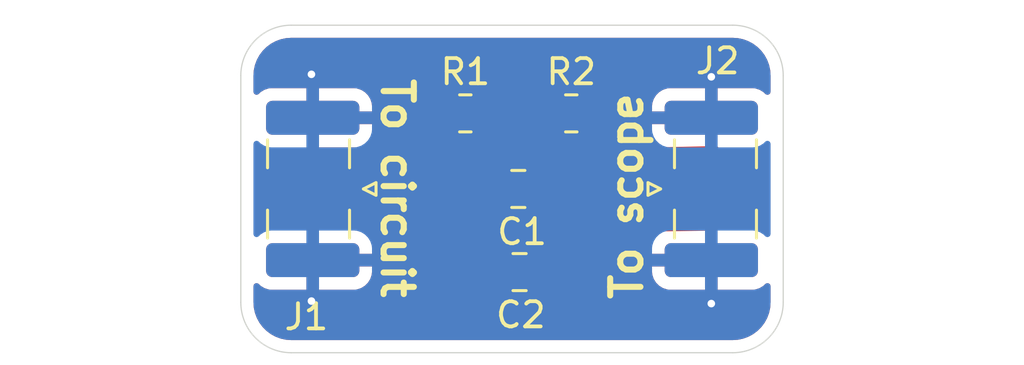
<source format=kicad_pcb>
(kicad_pcb (version 20241229) (generator "pcbnew") (generator_version "9.0")
  (layers (0 "F.Cu" signal) (2 "B.Cu" signal) (13 "F.Paste" user) (15 "B.Paste" user) (5 "F.SilkS" user "F.Silkscreen") (7 "B.SilkS" user "B.Silkscreen") (1 "F.Mask" user) (3 "B.Mask" user) (25 "Edge.Cuts" user))
  (net 0 "")
  (net 1 "GND")
  (net 2 "Net-(R1-Pad2)")
  (net 3 "/In")
  (net 4 "/Out")
  (footprint "Capacitor_SMD:C_0805_2012Metric" (layer "F.Cu") (at 147.05 98.3)
    (property "Reference" "C2" (at 0.05 1.7 0) (layer "F.SilkS"))
    (property "Value" "5pF" (hide yes))
    (fp_line (start -0.261252 -0.735) (end 0.261252 -0.735) (stroke (width 0.12)) (layer "F.SilkS"))
    (fp_line (start -0.261252 0.735) (end 0.261252 0.735) (stroke (width 0.12)) (layer "F.SilkS"))
    (pad "1" smd roundrect (at -0.95 0) (size 1 1.45) (layers "F.Cu" "F.Mask" "F.Paste") (net 3 "/In"))
    (pad "2" smd roundrect (at 0.95 0) (size 1 1.45) (layers "F.Cu" "F.Mask" "F.Paste") (net 4 "/Out"))
  )
  (footprint "Capacitor_SMD:C_0805_2012Metric" (layer "F.Cu") (at 147 95)
    (property "Reference" "C1" (at 0.1475 1.7 0) (layer "F.SilkS"))
    (property "Value" "2pF" (hide yes))
    (fp_line (start -0.261252 -0.735) (end 0.261252 -0.735) (stroke (width 0.12)) (layer "F.SilkS"))
    (fp_line (start -0.261252 0.735) (end 0.261252 0.735) (stroke (width 0.12)) (layer "F.SilkS"))
    (pad "1" smd roundrect (at -0.95 0) (size 1 1.45) (layers "F.Cu" "F.Mask" "F.Paste") (net 3 "/In"))
    (pad "2" smd roundrect (at 0.95 0) (size 1 1.45) (layers "F.Cu" "F.Mask" "F.Paste") (net 4 "/Out"))
  )
  (footprint "Resistor_SMD:R_0805_2012Metric_Pad1.20x1.40mm_HandSolder" (layer "F.Cu") (at 149.1 92)
    (property "Reference" "R2" (at 0 -1.65 0) (layer "F.SilkS"))
    (property "Value" "4.5MΩ" (hide yes))
    (fp_line (start -0.227064 -0.735) (end 0.227064 -0.735) (stroke (width 0.12)) (layer "F.SilkS"))
    (fp_line (start -0.227064 0.735) (end 0.227064 0.735) (stroke (width 0.12)) (layer "F.SilkS"))
    (pad "1" smd roundrect (at -1 0) (size 1.2 1.4) (layers "F.Cu" "F.Mask" "F.Paste") (roundrect_rratio 0.208333) (net 2 "Net-(R1-Pad2)"))
    (pad "2" smd roundrect (at 1 0) (size 1.2 1.4) (layers "F.Cu" "F.Mask" "F.Paste") (roundrect_rratio 0.208333) (net 4 "/Out"))
  )
  (footprint "Connector_Coaxial:SMA_Samtec_SMA-J-P-H-ST-EM1_EdgeMount" (layer "F.Cu") (at 138.6 95 180)
    (property "Reference" "J1" (at 0 -5.08 0) (layer "F.SilkS"))
    (property "Value" "To circuit" (hide yes))
    (fp_line (start 1.54 1.95) (end 1.54 0.84) (stroke (width 0.12)) (layer "F.SilkS"))
    (fp_line (start 1.54 -0.84) (end 1.54 -1.95) (stroke (width 0.12)) (layer "F.SilkS"))
    (fp_line (start -1.71 1.95) (end -1.71 0.84) (stroke (width 0.12)) (layer "F.SilkS"))
    (fp_line (start -1.71 -0.84) (end -1.71 -1.95) (stroke (width 0.12)) (layer "F.SilkS"))
    (fp_line (start -2.26 0) (end -2.76 -0.25) (stroke (width 0.12)) (layer "F.SilkS"))
    (fp_line (start -2.76 0.25) (end -2.26 0) (stroke (width 0.12)) (layer "F.SilkS"))
    (fp_line (start -2.76 -0.25) (end -2.76 0.25) (stroke (width 0.12)) (layer "F.SilkS"))
    (pad "1" smd roundrect (at 0 0 270) (size 1.27 3.2) (layers "F.Cu" "F.Mask") (roundrect_rratio 0.1968503937) (net 3 "/In"))
    (pad "2" smd roundrect (at -0.25 -2.825 270) (size 1.35 3.7) (layers "F.Cu" "F.Mask") (roundrect_rratio 0.1851851852) (net 1 "GND"))
    (pad "2" smd roundrect (at -0.25 -2.825 270) (size 1.35 3.7) (layers "B.Cu" "B.Mask") (roundrect_rratio 0.1851851852) (net 1 "GND"))
    (pad "2" smd roundrect (at -0.25 2.825 270) (size 1.35 3.7) (layers "F.Cu" "F.Mask") (roundrect_rratio 0.1851851852) (net 1 "GND"))
    (pad "2" smd roundrect (at -0.25 2.825 270) (size 1.35 3.7) (layers "B.Cu" "B.Mask") (roundrect_rratio 0.1851851852) (net 1 "GND"))
  )
  (footprint "Resistor_SMD:R_0805_2012Metric_Pad1.20x1.40mm_HandSolder" (layer "F.Cu") (at 144.9 92)
    (property "Reference" "R1" (at 0 -1.65 0) (layer "F.SilkS"))
    (property "Value" "4.5MΩ" (hide yes))
    (fp_line (start -0.227064 -0.735) (end 0.227064 -0.735) (stroke (width 0.12)) (layer "F.SilkS"))
    (fp_line (start -0.227064 0.735) (end 0.227064 0.735) (stroke (width 0.12)) (layer "F.SilkS"))
    (pad "1" smd roundrect (at -1 0) (size 1.2 1.4) (layers "F.Cu" "F.Mask" "F.Paste") (roundrect_rratio 0.208333) (net 3 "/In"))
    (pad "2" smd roundrect (at 1 0) (size 1.2 1.4) (layers "F.Cu" "F.Mask" "F.Paste") (roundrect_rratio 0.208333) (net 2 "Net-(R1-Pad2)"))
  )
  (footprint "Connector_Coaxial:SMA_Samtec_SMA-J-P-H-ST-EM1_EdgeMount" (layer "F.Cu") (at 154.9 95)
    (property "Reference" "J2" (at 0 -5.08 180) (layer "F.SilkS"))
    (property "Value" "To scope" (hide yes))
    (fp_line (start -2.76 -0.25) (end -2.76 0.25) (stroke (width 0.12)) (layer "F.SilkS"))
    (fp_line (start -2.76 0.25) (end -2.26 0) (stroke (width 0.12)) (layer "F.SilkS"))
    (fp_line (start -2.26 0) (end -2.76 -0.25) (stroke (width 0.12)) (layer "F.SilkS"))
    (fp_line (start -1.71 -0.84) (end -1.71 -1.95) (stroke (width 0.12)) (layer "F.SilkS"))
    (fp_line (start -1.71 1.95) (end -1.71 0.84) (stroke (width 0.12)) (layer "F.SilkS"))
    (fp_line (start 1.54 -0.84) (end 1.54 -1.95) (stroke (width 0.12)) (layer "F.SilkS"))
    (fp_line (start 1.54 1.95) (end 1.54 0.84) (stroke (width 0.12)) (layer "F.SilkS"))
    (pad "1" smd roundrect (at 0 0 90) (size 1.27 3.2) (layers "F.Cu" "F.Mask") (roundrect_rratio 0.1968503937) (net 4 "/Out"))
    (pad "2" smd roundrect (at -0.25 -2.825 90) (size 1.35 3.7) (layers "F.Cu" "F.Mask") (roundrect_rratio 0.1851851852) (net 1 "GND"))
    (pad "2" smd roundrect (at -0.25 -2.825 90) (size 1.35 3.7) (layers "B.Cu" "B.Mask") (roundrect_rratio 0.1851851852) (net 1 "GND"))
    (pad "2" smd roundrect (at -0.25 2.825 90) (size 1.35 3.7) (layers "F.Cu" "F.Mask") (roundrect_rratio 0.1851851852) (net 1 "GND"))
    (pad "2" smd roundrect (at -0.25 2.825 90) (size 1.35 3.7) (layers "B.Cu" "B.Mask") (roundrect_rratio 0.1851851852) (net 1 "GND"))
  )
  (gr_arc (start 157.5 99.5) (mid 156.914214 100.914214) (end 155.5 101.5) (stroke (width 0.05)) (layer "Edge.Cuts"))
  (gr_line (start 155.5 88.500014) (end 138 88.500014) (stroke (width 0.05)) (layer "Edge.Cuts"))
  (gr_arc (start 138 101.5) (mid 136.585786 100.914214) (end 136 99.5) (stroke (width 0.05)) (layer "Edge.Cuts"))
  (gr_arc (start 155.5 88.500014) (mid 156.914204 89.085796) (end 157.499986 90.5) (stroke (width 0.05)) (layer "Edge.Cuts"))
  (gr_line (start 136 99.5) (end 136 90.5) (stroke (width 0.05)) (layer "Edge.Cuts"))
  (gr_arc (start 136 90.5) (mid 136.585786 89.085786) (end 138 88.5) (stroke (width 0.05)) (layer "Edge.Cuts"))
  (gr_line (start 155.5 101.5) (end 138 101.5) (stroke (width 0.05)) (layer "Edge.Cuts"))
  (gr_line (start 157.499986 90.5) (end 157.499986 99.492517) (stroke (width 0.05)) (layer "Edge.Cuts"))
  (gr_text "To circuit" (at 141.5 90.5 270) (layer "F.SilkS") (effects (font (size 1.2 1.2) (thickness 0.24) (bold yes)) (justify left bottom)))
  (gr_text "To scope\n" (at 152 99.5 90) (layer "F.SilkS") (effects (font (size 1.2 1.2) (thickness 0.24) (bold yes)) (justify left bottom)))
  (via (at 138.8 99.45) (size 0.6) (drill 0.3) (layers "F.Cu" "B.Cu") (net 1))
  (via (at 138.8 90.45) (size 0.6) (drill 0.3) (layers "F.Cu" "B.Cu") (net 1))
  (via (at 154.65 90.55) (size 0.6) (drill 0.3) (layers "F.Cu" "B.Cu") (net 1))
  (via (at 154.65 99.55) (size 0.6) (drill 0.3) (layers "F.Cu" "B.Cu") (net 1))
  (segment (start 145.9 92) (end 148.1 92) (width 0.4) (layer "F.Cu") (net 2))
  (segment (start 146.05 94.9) (end 146.05 94.55) (width 0.4) (layer "F.Cu") (net 3))
  (segment (start 146.05 95.05) (end 146.1 95.1) (width 0.2) (layer "F.Cu") (net 3))
  (segment (start 146.05 94.9) (end 146.05 95.05) (width 0.2) (layer "F.Cu") (net 3))
  (segment (start 146.05 95) (end 146.05 94.9) (width 0.4) (layer "F.Cu") (net 3))
  (segment (start 147.95 94.9) (end 147.95 94.55) (width 0.4) (layer "F.Cu") (net 4))
  (segment (start 148 94.95) (end 147.95 94.9) (width 0.2) (layer "F.Cu") (net 4))
  (zone (net 1) (net_name "GND") (layer "F.Cu") (connect_pads (clearance 0.5)) (min_thickness 0.25) (fill yes (thermal_gap 0.5) (thermal_bridge_width 0.5))
    (polygon (pts (xy 158.5 87.5) (xy 135 87.5) (xy 135 102) (xy 158.5 102)))
  )
  (zone (net 3) (net_name "/In") (layer "F.Cu") (priority 2) (connect_pads (clearance 0)) (min_thickness 0.25) (fill yes (thermal_gap 0.5) (thermal_bridge_width 0.5))
    (polygon (pts (xy 138.6125 96.6) (xy 138.45 96.4375) (xy 138.45 93.503125) (xy 138.603125 93.35) (xy 141.0125 93.35) (xy 142.05 92.3125) (xy 142.05 91.336112) (xy 142.902532 90.246764) (xy 143.669401 90.249023) (xy 144.15 90.65) (xy 144.15 93.183334) (xy 144.3 93.35) (xy 146.077778 93.35) (xy 146.298604 93.633921) (xy 146.35 99.75) (xy 146.05 100.05) (xy 142.888236 100.05) (xy 142.05 99.1) (xy 142.05 97.65) (xy 141 96.6)))
  )
  (zone (net 4) (net_name "/Out") (layer "F.Cu") (priority 3) (connect_pads (clearance 0)) (min_thickness 0.25) (fill yes (thermal_gap 0.5) (thermal_bridge_width 0.5))
    (polygon (pts (xy 154.9 96.65) (xy 155.15 96.316667) (xy 155.15 93.716666) (xy 154.9 93.3) (xy 152.35 93.35) (xy 151.5 92.35) (xy 151.5 90.35) (xy 151.2 90) (xy 150.508054 90) (xy 149.871367 90.449611) (xy 149.85 93.15) (xy 149.65 93.4) (xy 147.976556 93.4) (xy 147.75321 93.599912) (xy 147.750075 99.800075) (xy 148.05 100.1) (xy 150.25 100.1) (xy 151.05 99.4) (xy 151.05 97.927279) (xy 152.413563 96.687673)))
  )
  (zone (net 1) (net_name "GND") (layer "B.Cu") (priority 1) (connect_pads (clearance 0.5)) (min_thickness 0.25) (fill yes (thermal_gap 0.5) (thermal_bridge_width 0.5))
    (polygon (pts (xy 158.5 87.5) (xy 158.5 102) (xy 135 102) (xy 135 87.5)))
  )
)
</source>
